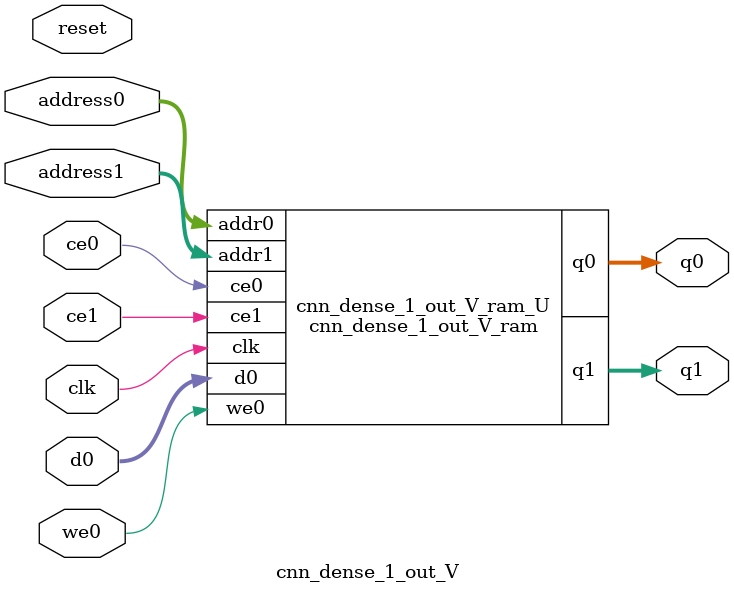
<source format=v>
`timescale 1 ns / 1 ps
module cnn_dense_1_out_V_ram (addr0, ce0, d0, we0, q0, addr1, ce1, q1,  clk);

parameter DWIDTH = 13;
parameter AWIDTH = 6;
parameter MEM_SIZE = 50;

input[AWIDTH-1:0] addr0;
input ce0;
input[DWIDTH-1:0] d0;
input we0;
output reg[DWIDTH-1:0] q0;
input[AWIDTH-1:0] addr1;
input ce1;
output reg[DWIDTH-1:0] q1;
input clk;

(* ram_style = "distributed" *)reg [DWIDTH-1:0] ram[0:MEM_SIZE-1];




always @(posedge clk)  
begin 
    if (ce0) 
    begin
        if (we0) 
        begin 
            ram[addr0] <= d0; 
        end 
        q0 <= ram[addr0];
    end
end


always @(posedge clk)  
begin 
    if (ce1) 
    begin
        q1 <= ram[addr1];
    end
end


endmodule

`timescale 1 ns / 1 ps
module cnn_dense_1_out_V(
    reset,
    clk,
    address0,
    ce0,
    we0,
    d0,
    q0,
    address1,
    ce1,
    q1);

parameter DataWidth = 32'd13;
parameter AddressRange = 32'd50;
parameter AddressWidth = 32'd6;
input reset;
input clk;
input[AddressWidth - 1:0] address0;
input ce0;
input we0;
input[DataWidth - 1:0] d0;
output[DataWidth - 1:0] q0;
input[AddressWidth - 1:0] address1;
input ce1;
output[DataWidth - 1:0] q1;



cnn_dense_1_out_V_ram cnn_dense_1_out_V_ram_U(
    .clk( clk ),
    .addr0( address0 ),
    .ce0( ce0 ),
    .we0( we0 ),
    .d0( d0 ),
    .q0( q0 ),
    .addr1( address1 ),
    .ce1( ce1 ),
    .q1( q1 ));

endmodule


</source>
